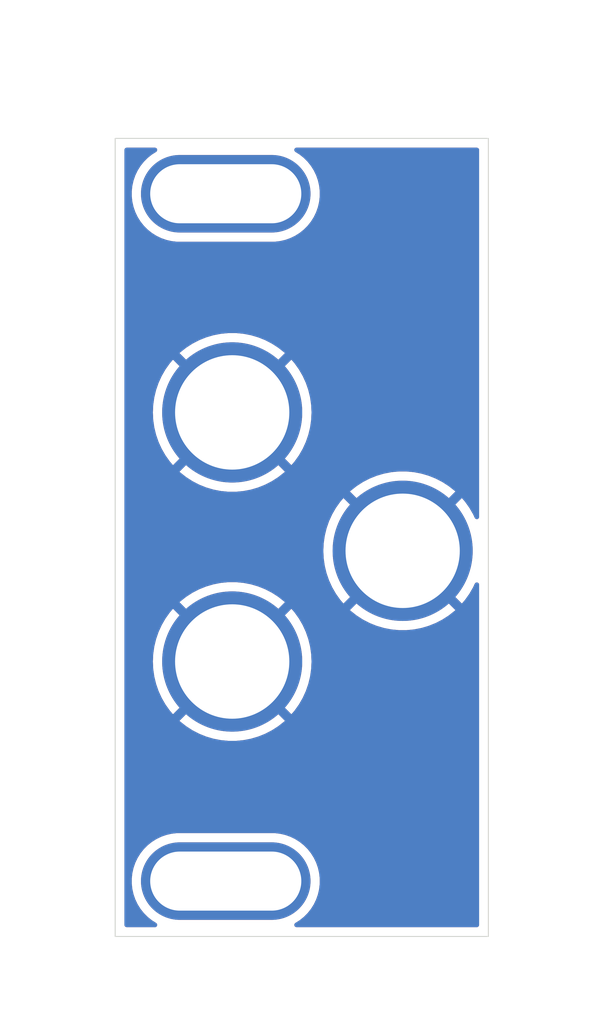
<source format=kicad_pcb>
(kicad_pcb (version 20240108) (generator "pcbnew") (generator_version "8.0")
  (layers (0 "F.Cu" signal) (31 "B.Cu" signal) (34 "B.Paste" user) (35 "F.Paste" user) (36 "B.SilkS" user "B.Silkscreen") (37 "F.SilkS" user "F.Silkscreen") (38 "B.Mask" user) (39 "F.Mask" user) (44 "Edge.Cuts" user))
  (net 0 "")
  (net 3 "GND")
  (footprint "Custom_FP:JackHole_3.5mm" (layer "F.Cu") (at 106.35 89.85)
    (property "Reference" "J1" (hide yes))
    (property "Value" "Screw_Terminal_01x01")
    (pad "1" thru_hole circle (at 0 0) (size 7.6 7.6) (drill 6.2) (layers "*.Cu" "*.Mask") (net 3 "GND"))
  )
  (footprint "Custom_FP:Wider_M3" (layer "F.Cu") (at 106 115.25)
    (property "Reference" "J5" (hide yes))
    (property "Value" "Screw_Terminal_01x01")
    (pad "1" thru_hole oval (at 0 0) (size 9.2 4.2) (drill oval 8.2 3.2) (layers "*.Cu" "*.Mask"))
  )
  (footprint "Custom_FP:Wider_M3" (layer "F.Cu") (at 106 78)
    (property "Reference" "J4" (hide yes))
    (property "Value" "Screw_Terminal_01x01")
    (pad "1" thru_hole oval (at 0 0) (size 9.2 4.2) (drill oval 8.2 3.2) (layers "*.Cu" "*.Mask"))
  )
  (footprint "Custom_FP:JackHole_3.5mm" (layer "F.Cu") (at 115.6 97.35)
    (property "Reference" "J3" (hide yes))
    (property "Value" "Screw_Terminal_01x01")
    (pad "1" thru_hole circle (at 0 0) (size 7.6 7.6) (drill 6.2) (layers "*.Cu" "*.Mask") (net 3 "GND"))
  )
  (footprint "Custom_FP:JackHole_3.5mm" (layer "F.Cu") (at 106.35 103.35)
    (property "Reference" "J2" (hide yes))
    (property "Value" "Screw_Terminal_01x01")
    (pad "1" thru_hole circle (at 0 0) (size 7.6 7.6) (drill 6.2) (layers "*.Cu" "*.Mask") (net 3 "GND"))
  )
  (gr_line (start 100 75) (end 100 118.25) (stroke (width 0.05)) (layer "Edge.Cuts"))
  (gr_line (start 120.25 75) (end 100 75) (stroke (width 0.05)) (layer "Edge.Cuts"))
  (gr_line (start 120.25 118.25) (end 120.25 75) (stroke (width 0.05)) (layer "Edge.Cuts"))
  (gr_line (start 100 118.25) (end 120.25 118.25) (stroke (width 0.05)) (layer "Edge.Cuts"))
  (zone (net 3) (net_name "GND") (layers "F&B.Cu") (connect_pads (clearance 0.5)) (min_thickness 0.25) (fill yes (thermal_gap 0.5) (thermal_bridge_width 0.5))
    (polygon (pts (xy 97.5 73.5) (xy 93.75 122.25) (xy 126 123) (xy 125.25 72.5) (xy 108.75 67.5)))
  )
)
</source>
